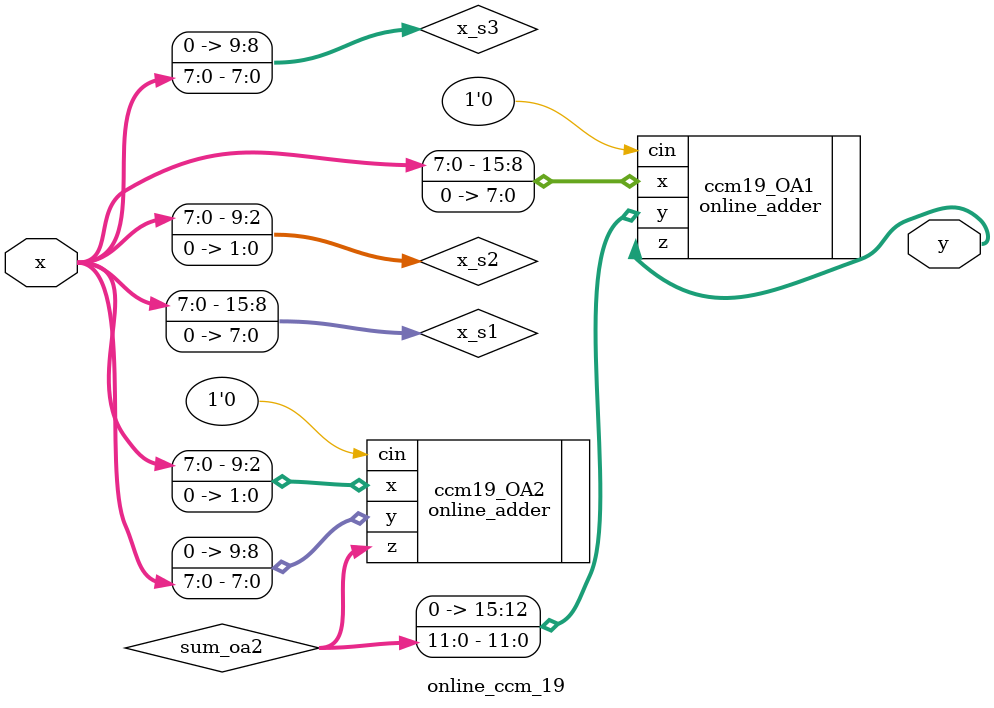
<source format=v>
`timescale 1ns / 1ps
module online_ccm_19(x,y);
parameter Stage = 4;

localparam s1 = 4;
localparam s2 = 1;

localparam WL 		= 2*Stage;
localparam WL_oa1	= 2*(Stage+s1);		//WL of OA inputs
localparam WL_oa2 = 2*(Stage+s2);
localparam WL_s2	= 2*(Stage+s2);

localparam WL_out = 2*(Stage+s1+1);

	input [WL-1:0] x;
	output[WL_out-1:0] y;
	
	wire [WL_oa1-1:0] x_s1;
	wire [WL_oa2-1:0] x_s2, x_s3;
	
	wire [WL_oa2+1:0] sum_oa2;
	
	assign x_s1[WL_oa1-1:WL_oa1-WL]	= x;
	assign x_s1[WL_oa1-WL-1:0]			= 'b0;
	
	assign x_s2[WL_s2-1:WL_s2-WL]	= x;
	assign x_s2[WL_s2-WL-1:0]		= 'b0;
	
	assign x_s3[WL_s2-1:WL] 	= 'b0;
	assign x_s3[WL-1:0]			= x;
	
	
	//---- Connect All Adders ----//
	online_adder #(Stage+s2) ccm19_OA2(.x(x_s2),.y(x_s3),.cin(1'b0),.z(sum_oa2));
	online_adder #(Stage+s1) ccm19_OA1(.x(x_s1),.y({4'b0,sum_oa2}),.cin(1'b0),.z(y));


endmodule

</source>
